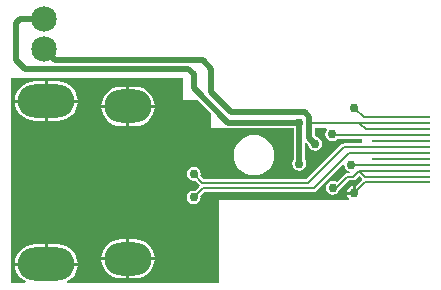
<source format=gtl>
G04 Layer_Physical_Order=1*
G04 Layer_Color=255*
%FSLAX25Y25*%
%MOIN*%
G70*
G01*
G75*
%ADD10R,0.19685X0.00787*%
%ADD11C,0.02000*%
%ADD12C,0.00800*%
%ADD13O,0.15748X0.11024*%
%ADD14O,0.18898X0.11024*%
%ADD15C,0.08500*%
%ADD16C,0.03000*%
G36*
X61000Y62900D02*
X66045D01*
X70300Y58645D01*
Y53600D01*
X97865D01*
Y43193D01*
X97534Y42697D01*
X97355Y41800D01*
X97534Y40903D01*
X98042Y40142D01*
X98803Y39633D01*
X99700Y39455D01*
X100597Y39633D01*
X101358Y40142D01*
X101866Y40903D01*
X102045Y41800D01*
X101866Y42697D01*
X101535Y43193D01*
Y48662D01*
X102035Y48869D01*
X102717Y48187D01*
X102833Y47603D01*
X103342Y46842D01*
X104103Y46333D01*
X105000Y46155D01*
X105897Y46333D01*
X106658Y46842D01*
X107167Y47603D01*
X107345Y48500D01*
X107167Y49397D01*
X106658Y50158D01*
X105897Y50667D01*
X105313Y50783D01*
X104835Y51260D01*
Y53600D01*
X108722D01*
X108936Y53100D01*
X108533Y52497D01*
X108355Y51600D01*
X108533Y50703D01*
X109042Y49942D01*
X109803Y49433D01*
X110700Y49255D01*
X111597Y49433D01*
X112358Y49942D01*
X112444Y50071D01*
X120400D01*
Y48581D01*
X114579D01*
X114111Y48488D01*
X113714Y48223D01*
X102215Y36724D01*
X67881D01*
X66680Y37924D01*
X66782Y38437D01*
X66604Y39334D01*
X66095Y40095D01*
X65334Y40604D01*
X64437Y40782D01*
X63540Y40604D01*
X62779Y40095D01*
X62270Y39334D01*
X62092Y38437D01*
X62270Y37540D01*
X62779Y36779D01*
X63540Y36270D01*
X64437Y36092D01*
X64950Y36194D01*
X66304Y34840D01*
X66496Y34604D01*
X66310Y34166D01*
X64950Y32806D01*
X64437Y32908D01*
X63540Y32730D01*
X62779Y32221D01*
X62270Y31460D01*
X62092Y30563D01*
X62270Y29666D01*
X62779Y28905D01*
X63540Y28396D01*
X64437Y28218D01*
X65334Y28396D01*
X66095Y28905D01*
X66604Y29666D01*
X66782Y30563D01*
X66680Y31076D01*
X67981Y32377D01*
X104422D01*
X104890Y32470D01*
X105287Y32735D01*
X114164Y41611D01*
X114621Y41361D01*
X114781Y40555D01*
X115290Y39794D01*
X116051Y39285D01*
X116528Y39191D01*
X116479Y38691D01*
X115667D01*
X115199Y38597D01*
X114802Y38332D01*
X112140Y35671D01*
X111697Y35967D01*
X110800Y36145D01*
X109903Y35967D01*
X109142Y35458D01*
X108633Y34697D01*
X108455Y33800D01*
X108633Y32903D01*
X109142Y32142D01*
X109903Y31633D01*
X110800Y31455D01*
X111697Y31633D01*
X112458Y32142D01*
X112967Y32903D01*
X113000Y33069D01*
X116174Y36244D01*
X117600D01*
X118068Y36337D01*
X118465Y36602D01*
X119616Y37753D01*
X120400Y36970D01*
Y36130D01*
X118683Y34413D01*
X118500Y34449D01*
Y32000D01*
X118000D01*
Y31500D01*
X115550D01*
X115645Y31025D01*
X116198Y30198D01*
X116226Y30178D01*
X116081Y29700D01*
X73000D01*
Y2900D01*
Y2039D01*
X72100Y2000D01*
X22372Y2028D01*
X22247Y2529D01*
X22930Y2894D01*
X23922Y3708D01*
X24736Y4699D01*
X25341Y5831D01*
X25713Y7058D01*
X25789Y7835D01*
X15358D01*
X4927D01*
X5004Y7058D01*
X5376Y5831D01*
X5981Y4699D01*
X6794Y3708D01*
X7786Y2894D01*
X8455Y2537D01*
X8330Y2036D01*
X3400Y2039D01*
Y32200D01*
Y67500D01*
Y70300D01*
X61000D01*
Y62900D01*
D02*
G37*
%LPC*%
G36*
X19295Y69209D02*
X15858D01*
Y63165D01*
X25789D01*
X25713Y63942D01*
X25341Y65169D01*
X24736Y66301D01*
X23922Y67292D01*
X22930Y68106D01*
X21799Y68711D01*
X20572Y69083D01*
X19295Y69209D01*
D02*
G37*
G36*
X14858D02*
X11421D01*
X10145Y69083D01*
X8917Y68711D01*
X7786Y68106D01*
X6794Y67292D01*
X5981Y66301D01*
X5376Y65169D01*
X5004Y63942D01*
X4927Y63165D01*
X14858D01*
Y69209D01*
D02*
G37*
G36*
X44925Y67437D02*
X43063D01*
Y61394D01*
X51419D01*
X51343Y62170D01*
X50970Y63398D01*
X50366Y64529D01*
X49552Y65521D01*
X48561Y66334D01*
X47429Y66939D01*
X46202Y67311D01*
X44925Y67437D01*
D02*
G37*
G36*
X42063D02*
X40201D01*
X38924Y67311D01*
X37697Y66939D01*
X36566Y66334D01*
X35574Y65521D01*
X34760Y64529D01*
X34155Y63398D01*
X33783Y62170D01*
X33707Y61394D01*
X42063D01*
Y67437D01*
D02*
G37*
G36*
X25789Y62165D02*
X15858D01*
Y56122D01*
X19295D01*
X20572Y56248D01*
X21799Y56620D01*
X22930Y57225D01*
X23922Y58039D01*
X24736Y59030D01*
X25341Y60161D01*
X25713Y61389D01*
X25789Y62165D01*
D02*
G37*
G36*
X14858D02*
X4927D01*
X5004Y61389D01*
X5376Y60161D01*
X5981Y59030D01*
X6794Y58039D01*
X7786Y57225D01*
X8917Y56620D01*
X10145Y56248D01*
X11421Y56122D01*
X14858D01*
Y62165D01*
D02*
G37*
G36*
X51419Y60394D02*
X43063D01*
Y54350D01*
X44925D01*
X46202Y54476D01*
X47429Y54848D01*
X48561Y55453D01*
X49552Y56267D01*
X50366Y57258D01*
X50970Y58390D01*
X51343Y59617D01*
X51419Y60394D01*
D02*
G37*
G36*
X42063D02*
X33707D01*
X33783Y59617D01*
X34155Y58390D01*
X34760Y57258D01*
X35574Y56267D01*
X36566Y55453D01*
X37697Y54848D01*
X38924Y54476D01*
X40201Y54350D01*
X42063D01*
Y60394D01*
D02*
G37*
G36*
X84600Y51338D02*
X83285Y51209D01*
X82021Y50825D01*
X80857Y50202D01*
X79835Y49365D01*
X78998Y48343D01*
X78375Y47179D01*
X77991Y45915D01*
X77862Y44600D01*
X77991Y43286D01*
X78375Y42022D01*
X78998Y40857D01*
X79835Y39836D01*
X80857Y38998D01*
X82021Y38375D01*
X83285Y37991D01*
X84600Y37862D01*
X85914Y37991D01*
X87178Y38375D01*
X88343Y38998D01*
X89364Y39836D01*
X90202Y40857D01*
X90825Y42022D01*
X91208Y43286D01*
X91338Y44600D01*
X91208Y45915D01*
X90825Y47179D01*
X90202Y48343D01*
X89364Y49365D01*
X88343Y50202D01*
X87178Y50825D01*
X85914Y51209D01*
X84600Y51338D01*
D02*
G37*
G36*
X117500Y34449D02*
X117025Y34355D01*
X116198Y33802D01*
X115645Y32976D01*
X115550Y32500D01*
X117500D01*
Y34449D01*
D02*
G37*
G36*
X44925Y16650D02*
X43063D01*
Y10606D01*
X51419D01*
X51343Y11383D01*
X50970Y12610D01*
X50366Y13742D01*
X49552Y14733D01*
X48561Y15547D01*
X47429Y16151D01*
X46202Y16524D01*
X44925Y16650D01*
D02*
G37*
G36*
X42063D02*
X40201D01*
X38924Y16524D01*
X37697Y16151D01*
X36566Y15547D01*
X35574Y14733D01*
X34760Y13742D01*
X34155Y12610D01*
X33783Y11383D01*
X33707Y10606D01*
X42063D01*
Y16650D01*
D02*
G37*
G36*
X19295Y14878D02*
X15858D01*
Y8835D01*
X25789D01*
X25713Y9611D01*
X25341Y10839D01*
X24736Y11970D01*
X23922Y12961D01*
X22930Y13775D01*
X21799Y14380D01*
X20572Y14752D01*
X19295Y14878D01*
D02*
G37*
G36*
X14858D02*
X11421D01*
X10145Y14752D01*
X8917Y14380D01*
X7786Y13775D01*
X6794Y12961D01*
X5981Y11970D01*
X5376Y10839D01*
X5004Y9611D01*
X4927Y8835D01*
X14858D01*
Y14878D01*
D02*
G37*
G36*
X51419Y9606D02*
X43063D01*
Y3563D01*
X44925D01*
X46202Y3689D01*
X47429Y4061D01*
X48561Y4666D01*
X49552Y5480D01*
X50366Y6471D01*
X50970Y7602D01*
X51343Y8830D01*
X51419Y9606D01*
D02*
G37*
G36*
X42063D02*
X33707D01*
X33783Y8830D01*
X34155Y7602D01*
X34760Y6471D01*
X35574Y5480D01*
X36566Y4666D01*
X37697Y4061D01*
X38924Y3689D01*
X40201Y3563D01*
X42063D01*
Y9606D01*
D02*
G37*
%LPD*%
D10*
X133600Y57200D02*
D03*
Y55231D02*
D03*
Y53263D02*
D03*
Y51294D02*
D03*
Y49326D02*
D03*
Y47357D02*
D03*
Y45389D02*
D03*
Y43420D02*
D03*
Y41452D02*
D03*
Y39483D02*
D03*
Y37515D02*
D03*
Y35546D02*
D03*
D11*
X67400Y76300D02*
X70200Y73500D01*
X18300Y76300D02*
X67400D01*
X14600Y80000D02*
X18300Y76300D01*
X62700Y73300D02*
X64400Y71600D01*
X8300Y73300D02*
X62700D01*
X5200Y76400D02*
X8300Y73300D01*
X101500Y59000D02*
X103000Y57500D01*
X76900Y59000D02*
X101500D01*
X64400Y67140D02*
X76040Y55500D01*
X99700Y41800D02*
Y55300D01*
X99500Y55500D02*
X99700Y55300D01*
X103000Y50500D02*
X105000Y48500D01*
X103000Y50500D02*
Y57500D01*
X76040Y55500D02*
X99500D01*
X64400Y67140D02*
Y71600D01*
X5200Y76400D02*
Y88700D01*
X6500Y90000D01*
X14600D01*
X70200Y65700D02*
X76900Y59000D01*
X70200Y65700D02*
Y73500D01*
D12*
X110800Y33800D02*
X112000D01*
X115667Y37467D01*
X117600D01*
X104422Y33600D02*
X116211Y45389D01*
X117600Y37467D02*
X119616Y39483D01*
X121585Y37515D01*
X133600D01*
X119616Y39483D02*
X133600D01*
X103269Y55231D02*
X134000D01*
X120000Y55000D02*
X121737Y53263D01*
X118000Y60500D02*
X121300Y57200D01*
X134000D01*
X118000Y32000D02*
X121546Y35546D01*
X134000D01*
X114579Y47357D02*
X134000D01*
X102722Y35500D02*
X114579Y47357D01*
X116211Y45389D02*
X134000D01*
X111005Y51294D02*
X134000D01*
X121737Y53263D02*
X134000D01*
X117652Y41452D02*
X134000D01*
X67474Y33600D02*
X104422D01*
X67374Y35500D02*
X102722D01*
X64437Y38437D02*
X67374Y35500D01*
X64437Y30563D02*
X67474Y33600D01*
D13*
X42563Y60894D02*
D03*
Y10106D02*
D03*
D14*
X15358Y8335D02*
D03*
Y62665D02*
D03*
D15*
X14600Y90000D02*
D03*
Y80000D02*
D03*
D16*
X110800Y33800D02*
D03*
X99700Y41800D02*
D03*
X110700Y51600D02*
D03*
X99500Y55500D02*
D03*
X118000Y60500D02*
D03*
Y32000D02*
D03*
X105000Y48500D02*
D03*
X116948Y41452D02*
D03*
X64437Y38437D02*
D03*
Y30563D02*
D03*
M02*

</source>
